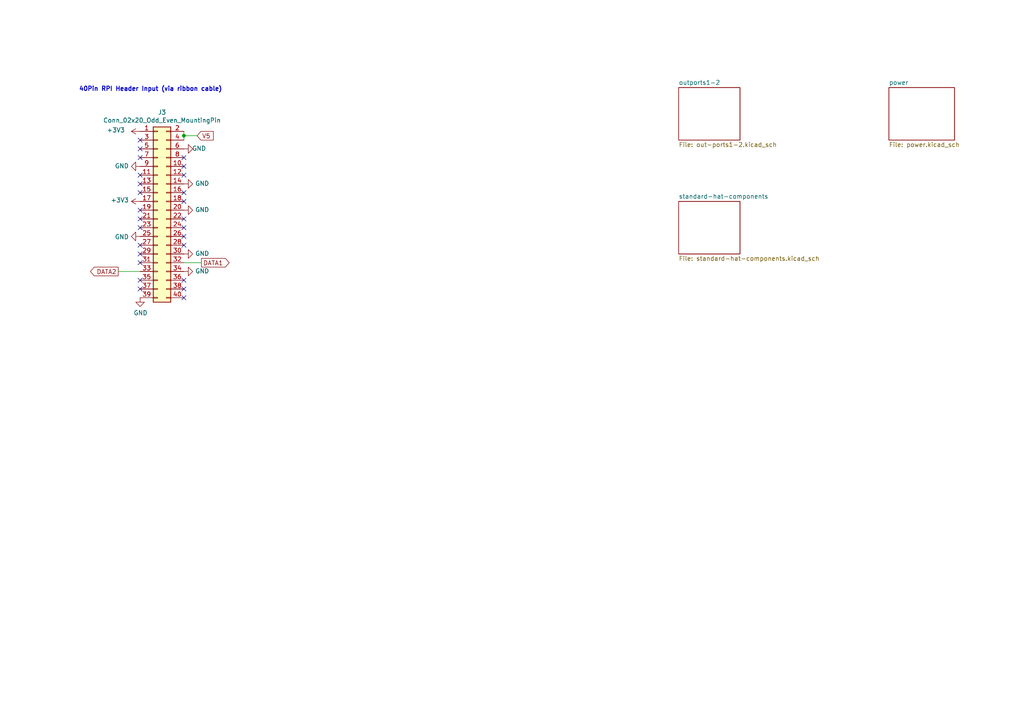
<source format=kicad_sch>
(kicad_sch (version 20211123) (generator eeschema)
  (paper "A4")
  (title_block (title "RPI Cape 2ch Pixel Controller") (company "OnlineDynamic"))
  (lib_symbols
    (symbol "Connector_Generic:Conn_02x20_Odd_Even" (pin_names (offset 1.016) hide)
      (property "Reference" "J" (at 1.27 25.4 0))
      (property "Value" "Conn_02x20_Odd_Even" (at 1.27 -27.94 0))
      (symbol "Conn_02x20_Odd_Even_1_1"
        (rectangle (start -1.27 -25.273) (end 0 -25.527) (stroke (width 0.1524)))
        (rectangle (start -1.27 -22.733) (end 0 -22.987) (stroke (width 0.1524)))
        (rectangle (start -1.27 -20.193) (end 0 -20.447) (stroke (width 0.1524)))
        (rectangle (start -1.27 -17.653) (end 0 -17.907) (stroke (width 0.1524)))
        (rectangle (start -1.27 -15.113) (end 0 -15.367) (stroke (width 0.1524)))
        (rectangle (start -1.27 -12.573) (end 0 -12.827) (stroke (width 0.1524)))
        (rectangle (start -1.27 -10.033) (end 0 -10.287) (stroke (width 0.1524)))
        (rectangle (start -1.27 -7.493) (end 0 -7.747) (stroke (width 0.1524)))
        (rectangle (start -1.27 -4.953) (end 0 -5.207) (stroke (width 0.1524)))
        (rectangle (start -1.27 -2.413) (end 0 -2.667) (stroke (width 0.1524)))
        (rectangle (start -1.27 0.127) (end 0 -0.127) (stroke (width 0.1524)))
        (rectangle (start -1.27 2.667) (end 0 2.413) (stroke (width 0.1524)))
        (rectangle (start -1.27 5.207) (end 0 4.953) (stroke (width 0.1524)))
        (rectangle (start -1.27 7.747) (end 0 7.493) (stroke (width 0.1524)))
        (rectangle (start -1.27 10.287) (end 0 10.033) (stroke (width 0.1524)))
        (rectangle (start -1.27 12.827) (end 0 12.573) (stroke (width 0.1524)))
        (rectangle (start -1.27 15.367) (end 0 15.113) (stroke (width 0.1524)))
        (rectangle (start -1.27 17.907) (end 0 17.653) (stroke (width 0.1524)))
        (rectangle (start -1.27 20.447) (end 0 20.193) (stroke (width 0.1524)))
        (rectangle (start -1.27 22.987) (end 0 22.733) (stroke (width 0.1524)))
        (rectangle (start -1.27 24.13) (end 3.81 -26.67) (stroke (width 0.254)) (fill (type background)))
        (rectangle (start 3.81 -25.273) (end 2.54 -25.527) (stroke (width 0.1524)))
        (rectangle (start 3.81 -22.733) (end 2.54 -22.987) (stroke (width 0.1524)))
        (rectangle (start 3.81 -20.193) (end 2.54 -20.447) (stroke (width 0.1524)))
        (rectangle (start 3.81 -17.653) (end 2.54 -17.907) (stroke (width 0.1524)))
        (rectangle (start 3.81 -15.113) (end 2.54 -15.367) (stroke (width 0.1524)))
        (rectangle (start 3.81 -12.573) (end 2.54 -12.827) (stroke (width 0.1524)))
        (rectangle (start 3.81 -10.033) (end 2.54 -10.287) (stroke (width 0.1524)))
        (rectangle (start 3.81 -7.493) (end 2.54 -7.747) (stroke (width 0.1524)))
        (rectangle (start 3.81 -4.953) (end 2.54 -5.207) (stroke (width 0.1524)))
        (rectangle (start 3.81 -2.413) (end 2.54 -2.667) (stroke (width 0.1524)))
        (rectangle (start 3.81 0.127) (end 2.54 -0.127) (stroke (width 0.1524)))
        (rectangle (start 3.81 2.667) (end 2.54 2.413) (stroke (width 0.1524)))
        (rectangle (start 3.81 5.207) (end 2.54 4.953) (stroke (width 0.1524)))
        (rectangle (start 3.81 7.747) (end 2.54 7.493) (stroke (width 0.1524)))
        (rectangle (start 3.81 10.287) (end 2.54 10.033) (stroke (width 0.1524)))
        (rectangle (start 3.81 12.827) (end 2.54 12.573) (stroke (width 0.1524)))
        (rectangle (start 3.81 15.367) (end 2.54 15.113) (stroke (width 0.1524)))
        (rectangle (start 3.81 17.907) (end 2.54 17.653) (stroke (width 0.1524)))
        (rectangle (start 3.81 20.447) (end 2.54 20.193) (stroke (width 0.1524)))
        (rectangle (start 3.81 22.987) (end 2.54 22.733) (stroke (width 0.1524)))
        (pin passive line (at -5.08 22.86 0) (length 3.81) (name "Pin_1") (number "1"))
        (pin passive line (at 7.62 12.7 180) (length 3.81) (name "Pin_10") (number "10"))
        (pin passive line (at -5.08 10.16 0) (length 3.81) (name "Pin_11") (number "11"))
        (pin passive line (at 7.62 10.16 180) (length 3.81) (name "Pin_12") (number "12"))
        (pin passive line (at -5.08 7.62 0) (length 3.81) (name "Pin_13") (number "13"))
        (pin passive line (at 7.62 7.62 180) (length 3.81) (name "Pin_14") (number "14"))
        (pin passive line (at -5.08 5.08 0) (length 3.81) (name "Pin_15") (number "15"))
        (pin passive line (at 7.62 5.08 180) (length 3.81) (name "Pin_16") (number "16"))
        (pin passive line (at -5.08 2.54 0) (length 3.81) (name "Pin_17") (number "17"))
        (pin passive line (at 7.62 2.54 180) (length 3.81) (name "Pin_18") (number "18"))
        (pin passive line (at -5.08 0 0) (length 3.81) (name "Pin_19") (number "19"))
        (pin passive line (at 7.62 22.86 180) (length 3.81) (name "Pin_2") (number "2"))
        (pin passive line (at 7.62 0 180) (length 3.81) (name "Pin_20") (number "20"))
        (pin passive line (at -5.08 -2.54 0) (length 3.81) (name "Pin_21") (number "21"))
        (pin passive line (at 7.62 -2.54 180) (length 3.81) (name "Pin_22") (number "22"))
        (pin passive line (at -5.08 -5.08 0) (length 3.81) (name "Pin_23") (number "23"))
        (pin passive line (at 7.62 -5.08 180) (length 3.81) (name "Pin_24") (number "24"))
        (pin passive line (at -5.08 -7.62 0) (length 3.81) (name "Pin_25") (number "25"))
        (pin passive line (at 7.62 -7.62 180) (length 3.81) (name "Pin_26") (number "26"))
        (pin passive line (at -5.08 -10.16 0) (length 3.81) (name "Pin_27") (number "27"))
        (pin passive line (at 7.62 -10.16 180) (length 3.81) (name "Pin_28") (number "28"))
        (pin passive line (at -5.08 -12.7 0) (length 3.81) (name "Pin_29") (number "29"))
        (pin passive line (at -5.08 20.32 0) (length 3.81) (name "Pin_3") (number "3"))
        (pin passive line (at 7.62 -12.7 180) (length 3.81) (name "Pin_30") (number "30"))
        (pin passive line (at -5.08 -15.24 0) (length 3.81) (name "Pin_31") (number "31"))
        (pin passive line (at 7.62 -15.24 180) (length 3.81) (name "Pin_32") (number "32"))
        (pin passive line (at -5.08 -17.78 0) (length 3.81) (name "Pin_33") (number "33"))
        (pin passive line (at 7.62 -17.78 180) (length 3.81) (name "Pin_34") (number "34"))
        (pin passive line (at -5.08 -20.32 0) (length 3.81) (name "Pin_35") (number "35"))
        (pin passive line (at 7.62 -20.32 180) (length 3.81) (name "Pin_36") (number "36"))
        (pin passive line (at -5.08 -22.86 0) (length 3.81) (name "Pin_37") (number "37"))
        (pin passive line (at 7.62 -22.86 180) (length 3.81) (name "Pin_38") (number "38"))
        (pin passive line (at -5.08 -25.4 0) (length 3.81) (name "Pin_39") (number "39"))
        (pin passive line (at 7.62 20.32 180) (length 3.81) (name "Pin_4") (number "4"))
        (pin passive line (at 7.62 -25.4 180) (length 3.81) (name "Pin_40") (number "40"))
        (pin passive line (at -5.08 17.78 0) (length 3.81) (name "Pin_5") (number "5"))
        (pin passive line (at 7.62 17.78 180) (length 3.81) (name "Pin_6") (number "6"))
        (pin passive line (at -5.08 15.24 0) (length 3.81) (name "Pin_7") (number "7"))
        (pin passive line (at 7.62 15.24 180) (length 3.81) (name "Pin_8") (number "8"))
        (pin passive line (at -5.08 12.7 0) (length 3.81) (name "Pin_9") (number "9"))
      )
    )
    (symbol "power:+3.3V" (power) (pin_names (offset 0))
      (property "Value" "+3.3V" (at 0 3.556 0))
      (symbol "+3.3V_0_1"
        (polyline (pts (xy -0.762 1.27) (xy 0 2.54)))
        (polyline (pts (xy 0 0) (xy 0 2.54)))
        (polyline (pts (xy 0 2.54) (xy 0.762 1.27)))
      )
      (symbol "+3.3V_1_1"
        (pin power_in line (at 0 0 90) (length 0) hide (name "+3V3") (number "1"))
      )
    )
    (symbol "power:+3V3" (power) (pin_names (offset 0))
      (property "Value" "+3V3" (at 0 3.556 0))
      (symbol "+3V3_0_1"
        (polyline (pts (xy -0.762 1.27) (xy 0 2.54)))
        (polyline (pts (xy 0 0) (xy 0 2.54)))
        (polyline (pts (xy 0 2.54) (xy 0.762 1.27)))
      )
      (symbol "+3V3_1_1"
        (pin power_in line (at 0 0 90) (length 0) hide (name "+3V3") (number "1"))
      )
    )
    (symbol "power:GND" (power) (pin_names (offset 0))
      (property "Value" "GND" (at 0 -3.81 0))
      (symbol "GND_0_1"
        (polyline (pts (xy 0 0) (xy 0 -1.27) (xy 1.27 -1.27) (xy 0 -2.54) (xy -1.27 -1.27) (xy 0 -1.27)))
      )
      (symbol "GND_1_1"
        (pin power_in line (at 0 0 270) (length 0) hide (name "GND") (number "1"))
      )
    )
  )
  (junction (at 53.34 39.37))
  (no_connect (at 40.64 76.2))
  (no_connect (at 40.64 43.18))
  (no_connect (at 40.64 73.66))
  (no_connect (at 40.64 45.72))
  (no_connect (at 53.34 68.58))
  (no_connect (at 53.34 86.36))
  (no_connect (at 53.34 83.82))
  (no_connect (at 53.34 81.28))
  (no_connect (at 53.34 58.42))
  (no_connect (at 53.34 63.5))
  (no_connect (at 53.34 66.04))
  (no_connect (at 53.34 45.72))
  (no_connect (at 53.34 48.26))
  (no_connect (at 53.34 50.8))
  (no_connect (at 53.34 55.88))
  (no_connect (at 40.64 81.28))
  (no_connect (at 40.64 55.88))
  (no_connect (at 53.34 71.12))
  (no_connect (at 40.64 71.12))
  (no_connect (at 40.64 66.04))
  (no_connect (at 40.64 63.5))
  (no_connect (at 40.64 60.96))
  (no_connect (at 40.64 50.8))
  (no_connect (at 40.64 40.64))
  (no_connect (at 40.64 83.82))
  (no_connect (at 40.64 53.34))
  (wire (pts (xy 34.29 78.74) (xy 40.64 78.74)))
  (wire (pts (xy 53.34 39.37) (xy 53.34 40.64)))
  (wire (pts (xy 53.34 39.37) (xy 53.34 38.1)))
  (wire (pts (xy 57.15 39.37) (xy 53.34 39.37)))
  (wire (pts (xy 53.34 76.2) (xy 58.42 76.2)))
  (text "40Pin RPI Header Input (via ribbon cable)" (at 22.86 26.67 0) (effects (font (size 1.27 1.27) (thickness 0.254) bold) (justify left bottom)))
  (global_label "V5" (shape input) (at 57.15 39.37 0) (property "Intersheet References" "${INTERSHEET_REFS}" (effects hide)))
  (global_label "DATA1" (shape output) (at 58.42 76.2 0) (property "Intersheet References" "${INTERSHEET_REFS}" (effects hide)))
  (global_label "DATA2" (shape output) (at 34.29 78.74 180) (property "Intersheet References" "${INTERSHEET_REFS}" (effects hide)))
  (symbol (lib_id "power:+3V3") (at 40.64 38.1 90) (unit 1)
    (property "Reference" "#PWR01" (effects hide))
    (property "Value" "+3V3" (at 36.2458 37.719 90) (effects (justify left)))
  )
  (symbol (lib_id "power:GND") (at 53.34 43.18 90) (unit 1)
    (property "Reference" "#PWR08" (effects hide))
    (property "Value" "GND" (at 57.7342 43.053 90))
  )
  (symbol (lib_id "Connector_Generic:Conn_02x20_Odd_Even") (at 45.72 60.96 0) (unit 1)
    (property "Reference" "J3" (at 46.99 32.5882 0))
    (property "Value" "Conn_02x20_Odd_Even_MountingPin" (at 46.99 34.8996 0))
    (property "Footprint" "Connector_PinSocket_2.54mm:PinSocket_2x20_P2.54mm_Vertical" (effects hide))
  )
  (symbol (lib_id "power:GND") (at 40.64 48.26 270) (mirror x) (unit 1)
    (property "Reference" "#PWR02" (effects hide))
    (property "Value" "GND" (at 37.3888 48.133 90) (effects (justify right)))
  )
  (symbol (lib_id "power:GND") (at 53.34 53.34 90) (unit 1)
    (property "Reference" "#PWR09" (effects hide))
    (property "Value" "GND" (at 56.5912 53.213 90) (effects (justify right)))
  )
  (symbol (lib_id "power:GND") (at 53.34 60.96 90) (unit 1)
    (property "Reference" "#PWR010" (effects hide))
    (property "Value" "GND" (at 56.5912 60.833 90) (effects (justify right)))
  )
  (symbol (lib_id "power:GND") (at 53.34 78.74 90) (unit 1)
    (property "Reference" "#PWR012" (effects hide))
    (property "Value" "GND" (at 56.5912 78.613 90) (effects (justify right)))
  )
  (symbol (lib_id "power:GND") (at 53.34 73.66 90) (unit 1)
    (property "Reference" "#PWR011" (effects hide))
    (property "Value" "GND" (at 56.5912 73.533 90) (effects (justify right)))
  )
  (symbol (lib_id "power:GND") (at 40.64 86.36 0) (unit 1)
    (property "Reference" "#PWR05" (effects hide))
    (property "Value" "GND" (at 40.767 90.7542 0))
  )
  (symbol (lib_id "power:GND") (at 40.64 68.58 270) (unit 1)
    (property "Reference" "#PWR04" (effects hide))
    (property "Value" "GND" (at 37.3888 68.707 90) (effects (justify right)))
  )
  (symbol (lib_id "power:+3.3V") (at 40.64 58.42 90) (unit 1)
    (property "Reference" "#PWR03" (effects hide))
    (property "Value" "+3.3V" (at 37.3888 58.039 90) (effects (justify left)))
  )
  (sheet (at 196.85 58.42) (size 17.78 15.24)
    (property "Sheet name" "standard-hat-components" (at 196.85 57.7084 0) (effects (justify left bottom)))
    (property "Sheet file" "standard-hat-components.kicad_sch" (at 196.85 74.2446 0) (effects (justify left top)))
  )
  (sheet (at 257.81 25.4) (size 19.05 15.24)
    (property "Sheet name" "power" (at 257.81 24.6884 0) (effects (justify left bottom)))
    (property "Sheet file" "power.kicad_sch" (at 257.81 41.2246 0) (effects (justify left top)))
  )
  (sheet (at 196.85 25.4) (size 17.78 15.24)
    (property "Sheet name" "outports1-2" (at 196.85 24.6884 0) (effects (justify left bottom)))
    (property "Sheet file" "out-ports1-2.kicad_sch" (at 196.85 41.2246 0) (effects (justify left top)))
  )
)
</source>
